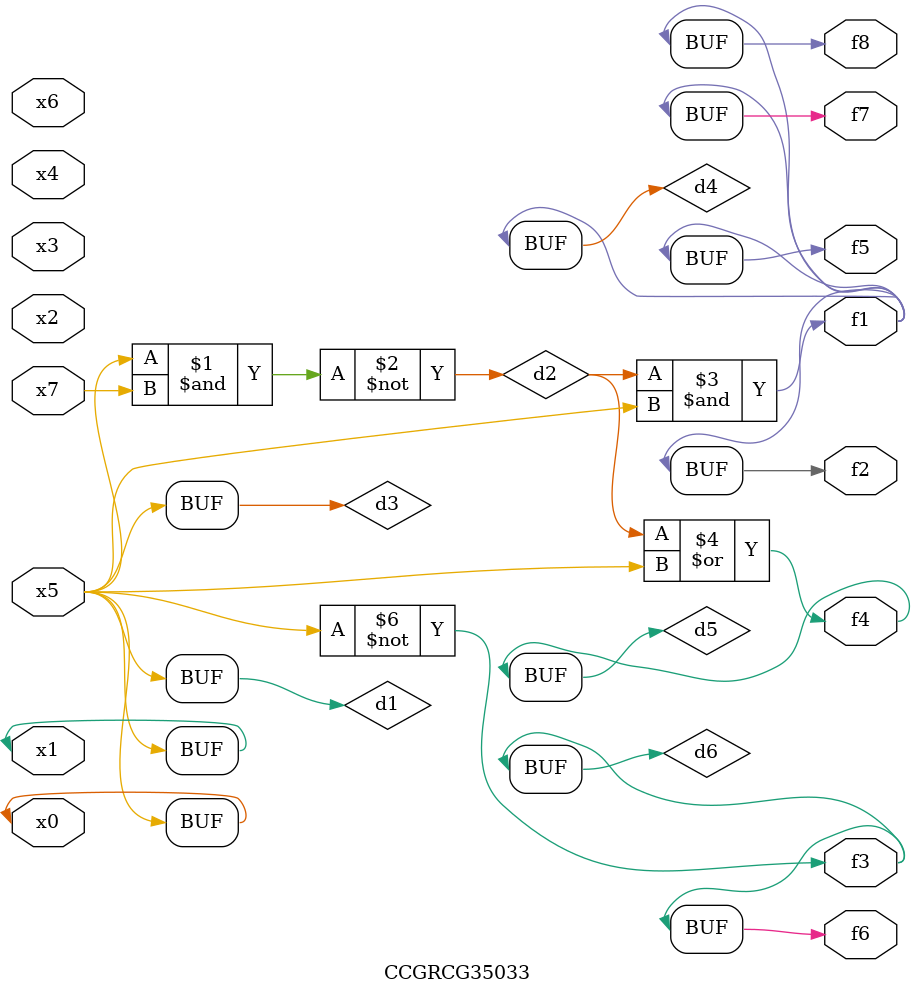
<source format=v>
module CCGRCG35033(
	input x0, x1, x2, x3, x4, x5, x6, x7,
	output f1, f2, f3, f4, f5, f6, f7, f8
);

	wire d1, d2, d3, d4, d5, d6;

	buf (d1, x0, x5);
	nand (d2, x5, x7);
	buf (d3, x0, x1);
	and (d4, d2, d3);
	or (d5, d2, d3);
	nor (d6, d1, d3);
	assign f1 = d4;
	assign f2 = d4;
	assign f3 = d6;
	assign f4 = d5;
	assign f5 = d4;
	assign f6 = d6;
	assign f7 = d4;
	assign f8 = d4;
endmodule

</source>
